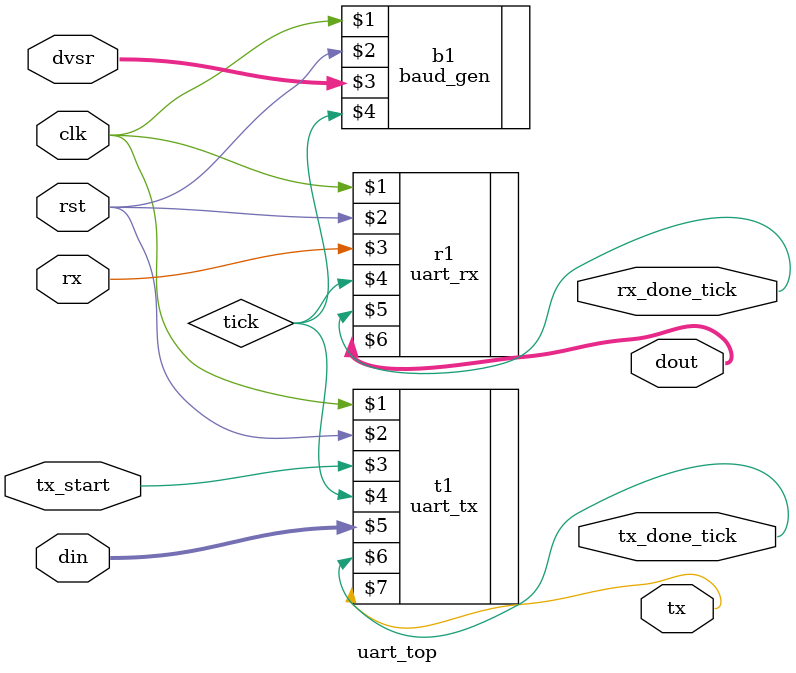
<source format=v>
`timescale 1ns / 1ps


module uart_top(input clk,
input rst,
input [10:0] dvsr,
input [7:0] din,
input rx,
input tx_start,
output tx,
output [7:0] dout,
output rx_done_tick,
output tx_done_tick


    );
 wire tick;
 baud_gen b1 (clk, rst, dvsr, tick);    // baud generator for receiver as well as transmitter
 uart_rx r1 (clk, rst, rx, tick, rx_done_tick, dout);
 uart_tx t1 (clk, rst, tx_start, tick, din, tx_done_tick, tx);
endmodule

</source>
